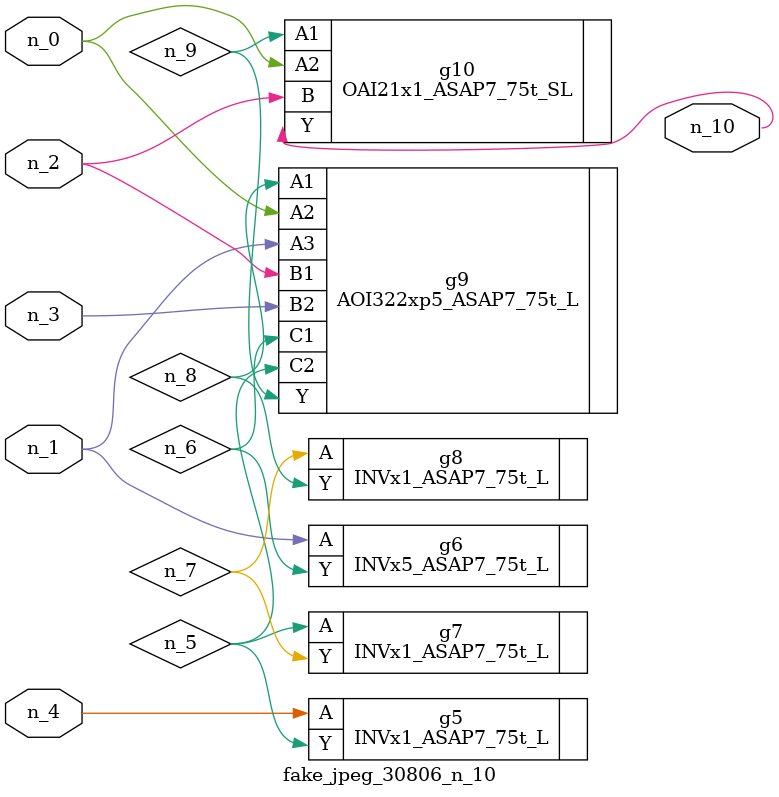
<source format=v>
module fake_jpeg_30806_n_10 (n_3, n_2, n_1, n_0, n_4, n_10);

input n_3;
input n_2;
input n_1;
input n_0;
input n_4;

output n_10;

wire n_8;
wire n_9;
wire n_6;
wire n_5;
wire n_7;

INVx1_ASAP7_75t_L g5 ( 
.A(n_4),
.Y(n_5)
);

INVx5_ASAP7_75t_L g6 ( 
.A(n_1),
.Y(n_6)
);

INVx1_ASAP7_75t_L g7 ( 
.A(n_5),
.Y(n_7)
);

INVx1_ASAP7_75t_L g8 ( 
.A(n_7),
.Y(n_8)
);

AOI322xp5_ASAP7_75t_L g9 ( 
.A1(n_8),
.A2(n_0),
.A3(n_1),
.B1(n_2),
.B2(n_3),
.C1(n_6),
.C2(n_5),
.Y(n_9)
);

OAI21x1_ASAP7_75t_SL g10 ( 
.A1(n_9),
.A2(n_0),
.B(n_2),
.Y(n_10)
);


endmodule
</source>
